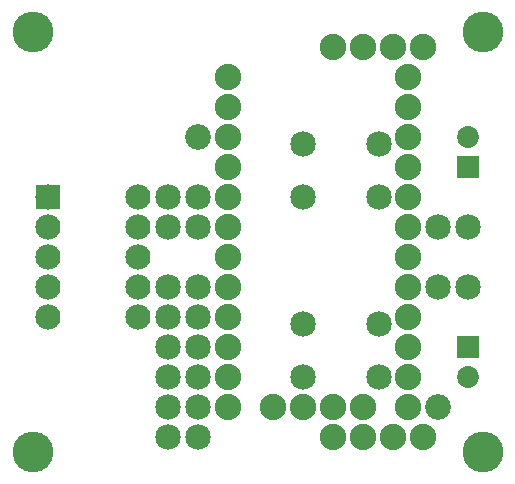
<source format=gbs>
G04 MADE WITH FRITZING*
G04 WWW.FRITZING.ORG*
G04 DOUBLE SIDED*
G04 HOLES PLATED*
G04 CONTOUR ON CENTER OF CONTOUR VECTOR*
%ASAXBY*%
%FSLAX23Y23*%
%MOIN*%
%OFA0B0*%
%SFA1.0B1.0*%
%ADD10C,0.088000*%
%ADD11C,0.084000*%
%ADD12C,0.085000*%
%ADD13C,0.072992*%
%ADD14C,0.135984*%
%ADD15C,0.085433*%
%ADD16R,0.084000X0.084000*%
%ADD17R,0.072992X0.072992*%
%LNMASK0*%
G90*
G70*
G54D10*
X1381Y1380D03*
X1381Y1280D03*
X1381Y1180D03*
X1381Y1080D03*
X1381Y980D03*
X1381Y880D03*
X1381Y780D03*
X1381Y680D03*
X1381Y580D03*
X1381Y480D03*
X1381Y380D03*
X1381Y280D03*
X1381Y1380D03*
X1381Y1280D03*
X1381Y1180D03*
X1381Y1080D03*
X1381Y980D03*
X1381Y880D03*
X1381Y780D03*
X1381Y680D03*
X1381Y580D03*
X1381Y480D03*
X1381Y380D03*
X1381Y280D03*
X781Y1380D03*
X781Y1280D03*
X781Y1180D03*
X781Y1080D03*
X781Y980D03*
X781Y880D03*
X781Y780D03*
X781Y680D03*
X781Y580D03*
X781Y480D03*
X781Y380D03*
X781Y280D03*
X781Y1380D03*
X781Y1280D03*
X781Y1180D03*
X781Y1080D03*
X781Y980D03*
X781Y880D03*
X781Y780D03*
X781Y680D03*
X781Y580D03*
X781Y480D03*
X781Y380D03*
X781Y280D03*
G54D11*
X181Y980D03*
X181Y880D03*
X181Y780D03*
X181Y680D03*
X181Y581D03*
X481Y581D03*
X481Y680D03*
X481Y780D03*
X481Y880D03*
X482Y980D03*
X181Y980D03*
X181Y880D03*
X181Y780D03*
X181Y680D03*
X181Y581D03*
X481Y581D03*
X481Y680D03*
X481Y780D03*
X481Y880D03*
X482Y980D03*
G54D12*
X1581Y680D03*
X1481Y680D03*
X1581Y680D03*
X1481Y680D03*
X681Y180D03*
X581Y180D03*
X681Y180D03*
X581Y180D03*
X681Y280D03*
X581Y280D03*
X681Y280D03*
X581Y280D03*
X681Y380D03*
X581Y380D03*
X681Y380D03*
X581Y380D03*
X681Y480D03*
X581Y480D03*
X681Y480D03*
X581Y480D03*
X681Y580D03*
X581Y580D03*
X681Y580D03*
X581Y580D03*
X681Y680D03*
X581Y680D03*
X681Y680D03*
X581Y680D03*
X681Y880D03*
X581Y880D03*
X681Y880D03*
X581Y880D03*
X681Y980D03*
X581Y980D03*
X681Y980D03*
X581Y980D03*
G54D13*
X1581Y1081D03*
X1581Y1180D03*
X1581Y480D03*
X1581Y381D03*
G54D12*
X1287Y980D03*
X1031Y980D03*
X1287Y1157D03*
X1031Y1157D03*
X1287Y380D03*
X1031Y380D03*
X1287Y557D03*
X1031Y557D03*
X1581Y880D03*
X1481Y880D03*
X1581Y880D03*
X1481Y880D03*
G54D10*
X931Y280D03*
X1031Y280D03*
X1131Y280D03*
X1231Y280D03*
X931Y280D03*
X1031Y280D03*
X1131Y280D03*
X1231Y280D03*
X1131Y1480D03*
X1231Y1480D03*
X1331Y1480D03*
X1431Y1480D03*
X1131Y1480D03*
X1231Y1480D03*
X1331Y1480D03*
X1431Y1480D03*
X1131Y180D03*
X1231Y180D03*
X1331Y180D03*
X1431Y180D03*
X1131Y180D03*
X1231Y180D03*
X1331Y180D03*
X1431Y180D03*
G54D14*
X1631Y1530D03*
X131Y130D03*
X131Y1530D03*
X1631Y130D03*
G54D15*
X1481Y280D03*
X681Y1180D03*
G54D16*
X181Y979D03*
G54D17*
X1581Y1081D03*
X1581Y480D03*
G04 End of Mask0*
M02*
</source>
